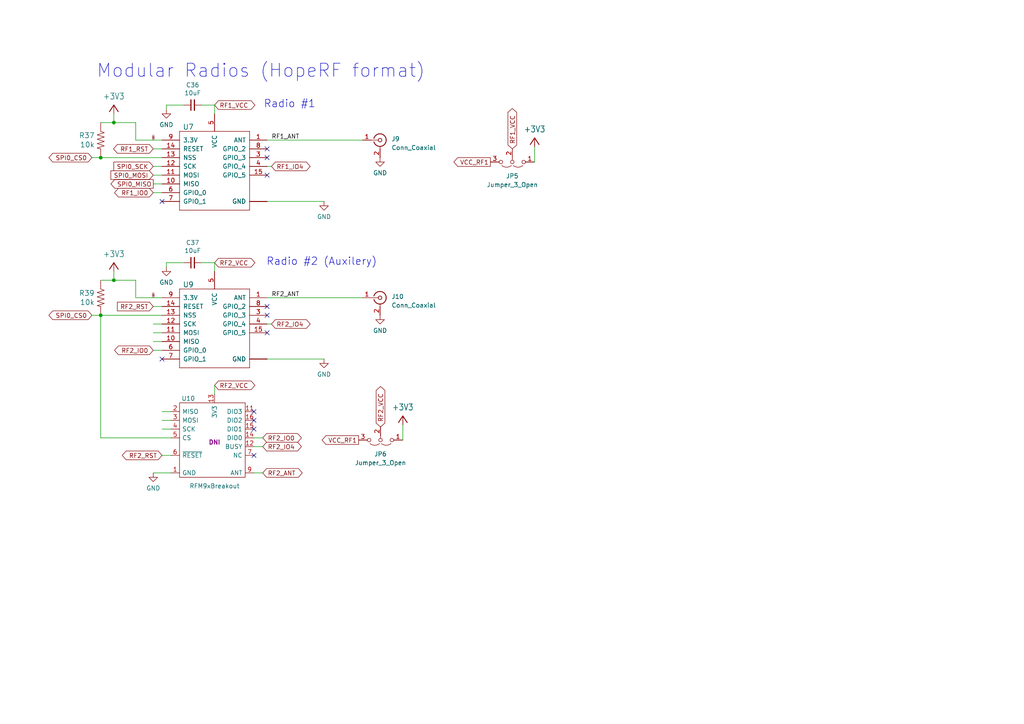
<source format=kicad_sch>
(kicad_sch (version 20231120) (generator "eeschema") (generator_version "8.0")
  (paper "A4")
  (lib_symbols
    (symbol "Adafruit ItsyBitsy RP2040-eagle-import:+3V3" (power)
      (property "Value" "+3V3" (at -2.54 -5.08 90))
      (symbol "+3V3_1_0"
        (polyline (pts (xy 0 0) (xy -1.27 -1.905)) (stroke (width 0.254)))
        (polyline (pts (xy 1.27 -1.905) (xy 0 0)) (stroke (width 0.254)))
        (pin power_in line (at 0 -2.54 90) (length 2.54) (name "+3V3") (number "1"))
      )
    )
    (symbol "Connector:Conn_Coaxial" (pin_names (offset 1.016) hide)
      (property "Reference" "J" (at 0.254 3.048 0))
      (property "Value" "Conn_Coaxial" (at 2.921 0 90))
      (symbol "Conn_Coaxial_0_1"
        (arc (start -1.778 -0.508) (mid 0.2311 -1.8066) (end 1.778 0) (stroke (width 0.254)))
        (polyline (pts (xy -2.54 0) (xy -0.508 0)))
        (polyline (pts (xy 0 -2.54) (xy 0 -1.778)))
        (circle (center 0 0) (radius 0.508) (stroke (width 0.2032)))
        (arc (start 1.778 0) (mid 0.2099 1.8101) (end -1.778 0.508) (stroke (width 0.254)))
      )
      (symbol "Conn_Coaxial_1_1"
        (pin passive line (at -5.08 0 0) (length 2.54) (name "In") (number "1"))
        (pin passive line (at 0 -5.08 90) (length 2.54) (name "Ext") (number "2"))
      )
    )
    (symbol "Device:C_Small" (pin_numbers hide) (pin_names (offset 0.254) hide)
      (property "Reference" "C" (at 0.254 1.778 0))
      (property "Value" "C_Small" (at 0.254 -2.032 0))
      (symbol "C_Small_0_1"
        (polyline (pts (xy -1.524 -0.508) (xy 1.524 -0.508)) (stroke (width 0.3302)))
        (polyline (pts (xy -1.524 0.508) (xy 1.524 0.508)) (stroke (width 0.3048)))
      )
      (symbol "C_Small_1_1"
        (pin passive line (at 0 2.54 270) (length 2.032) (name "~") (number "1"))
        (pin passive line (at 0 -2.54 90) (length 2.032) (name "~") (number "2"))
      )
    )
    (symbol "Jumper:Jumper_3_Open" (pin_names (offset 0) hide)
      (property "Reference" "JP" (at -2.54 -2.54 0))
      (property "Value" "Jumper_3_Open" (at 0 2.794 0))
      (symbol "Jumper_3_Open_0_0"
        (circle (center -3.302 0) (radius 0.508))
        (circle (center 0 0) (radius 0.508))
        (circle (center 3.302 0) (radius 0.508))
      )
      (symbol "Jumper_3_Open_0_1"
        (arc (start -0.254 1.016) (mid -1.651 1.4992) (end -3.048 1.016))
        (polyline (pts (xy 0 -0.508) (xy 0 -1.27)))
        (arc (start 3.048 1.016) (mid 1.651 1.4992) (end 0.254 1.016))
      )
      (symbol "Jumper_3_Open_1_1"
        (pin passive line (at -6.35 0 0) (length 2.54) (name "A") (number "1"))
        (pin passive line (at 0 -3.81 90) (length 2.54) (name "C") (number "2"))
        (pin passive line (at 6.35 0 180) (length 2.54) (name "B") (number "3"))
      )
    )
    (symbol "mainboard:10KOHM-1_10W-1%(0603)0603" (pin_names (offset 1.016))
      (property "Reference" "R" (at -3.81 1.4986 0))
      (property "Value" "10KOHM-1_10W-1%(0603)0603" (at -3.81 -3.302 0))
      (symbol "10KOHM-1_10W-1%(0603)0603_1_0"
        (polyline (pts (xy -2.54 0) (xy -2.159 1.016)))
        (polyline (pts (xy -2.159 1.016) (xy -1.524 -1.016)))
        (polyline (pts (xy -1.524 -1.016) (xy -0.889 1.016)))
        (polyline (pts (xy -0.889 1.016) (xy -0.254 -1.016)))
        (polyline (pts (xy -0.254 -1.016) (xy 0.381 1.016)))
        (polyline (pts (xy 0.381 1.016) (xy 1.016 -1.016)))
        (polyline (pts (xy 1.016 -1.016) (xy 1.651 1.016)))
        (polyline (pts (xy 1.651 1.016) (xy 2.286 -1.016)))
        (polyline (pts (xy 2.286 -1.016) (xy 2.54 0)))
        (pin passive line (at -5.08 0 0) (length 2.54) (name "1") (number "1"))
        (pin passive line (at 5.08 0 180) (length 2.54) (name "2") (number "2"))
      )
    )
    (symbol "mainboard:RFM98PW" (pin_names (offset 1.016))
      (property "Reference" "U" (at -7.62 10.16 0))
      (symbol "RFM98PW_0_0"
        (pin bidirectional line (at 17.78 -10.16 180) (length 5.08) hide (name "GND") (number "17"))
        (pin bidirectional line (at 2.54 15.24 270) (length 5.08) (name "VCC") (number "5"))
      )
      (symbol "RFM98PW_1_0"
        (polyline (pts (xy -7.62 -12.7) (xy -7.62 10.16)))
        (polyline (pts (xy -7.62 10.16) (xy 12.7 10.16)))
        (polyline (pts (xy 12.7 -12.7) (xy -7.62 -12.7)))
        (polyline (pts (xy 12.7 10.16) (xy 12.7 -12.7)))
        (pin bidirectional line (at 17.78 7.62 180) (length 5.08) (name "ANT") (number "1"))
        (pin bidirectional line (at -12.7 -5.08 0) (length 5.08) (name "MISO") (number "10"))
        (pin bidirectional line (at -12.7 -2.54 0) (length 5.08) (name "MOSI") (number "11"))
        (pin bidirectional line (at -12.7 0 0) (length 5.08) (name "SCK") (number "12"))
        (pin bidirectional line (at -12.7 2.54 0) (length 5.08) (name "NSS") (number "13"))
        (pin bidirectional line (at -12.7 5.08 0) (length 5.08) (name "RESET") (number "14"))
        (pin bidirectional line (at 17.78 -2.54 180) (length 5.08) (name "GPIO_5") (number "15"))
        (pin bidirectional line (at 17.78 -10.16 180) (length 5.08) (name "GND") (number "16"))
        (pin bidirectional line (at 17.78 -10.16 180) (length 5.08) (name "GND") (number "2"))
        (pin bidirectional line (at 17.78 2.54 180) (length 5.08) (name "GPIO_3") (number "3"))
        (pin bidirectional line (at 17.78 0 180) (length 5.08) (name "GPIO_4") (number "4"))
        (pin bidirectional line (at -12.7 -7.62 0) (length 5.08) (name "GPIO_0") (number "6"))
        (pin bidirectional line (at -12.7 -10.16 0) (length 5.08) (name "GPIO_1") (number "7"))
        (pin bidirectional line (at 17.78 5.08 180) (length 5.08) (name "GPIO_2") (number "8"))
        (pin power_in line (at -12.7 7.62 0) (length 5.08) (name "3.3V") (number "9"))
      )
    )
    (symbol "mainboard:RFM9xBreakout" (pin_names (offset 0.762))
      (property "Reference" "U" (at -3.81 12.7 0))
      (property "Value" "RFM9xBreakout" (at -7.62 -11.43 0))
      (symbol "RFM9xBreakout_0_1"
        (rectangle (start -10.16 11.43) (end 8.89 -10.16))
      )
      (symbol "RFM9xBreakout_1_1"
        (pin bidirectional line (at -12.7 -8.89 0) (length 2.54) (name "GND") (number "1"))
        (pin bidirectional line (at -12.7 -8.89 0) (length 2.54) hide (name "GND") (number "10"))
        (pin bidirectional line (at 11.43 8.89 180) (length 2.54) (name "DIO3") (number "11"))
        (pin bidirectional line (at 11.43 -1.27 180) (length 2.54) (name "BUSY") (number "12"))
        (pin bidirectional line (at 0 13.97 270) (length 2.54) (name "3V3") (number "13"))
        (pin bidirectional line (at 11.43 1.27 180) (length 2.54) (name "DIO0") (number "14"))
        (pin bidirectional line (at 11.43 3.81 180) (length 2.54) (name "DIO1") (number "15"))
        (pin bidirectional line (at 11.43 6.35 180) (length 2.54) (name "DIO2") (number "16"))
        (pin bidirectional line (at -12.7 8.89 0) (length 2.54) (name "MISO") (number "2"))
        (pin bidirectional line (at -12.7 6.35 0) (length 2.54) (name "MOSI") (number "3"))
        (pin bidirectional line (at -12.7 3.81 0) (length 2.54) (name "SCK") (number "4"))
        (pin bidirectional line (at -12.7 1.27 0) (length 2.54) (name "CS") (number "5"))
        (pin bidirectional line (at -12.7 -3.81 0) (length 2.54) (name "~{RESET}") (number "6"))
        (pin bidirectional line (at 11.43 -3.81 180) (length 2.54) (name "NC") (number "7"))
        (pin bidirectional line (at -12.7 -8.89 0) (length 2.54) hide (name "GND") (number "8"))
        (pin bidirectional line (at 11.43 -8.89 180) (length 2.54) (name "ANT") (number "9"))
      )
    )
    (symbol "power:GND" (power) (pin_names (offset 0))
      (property "Value" "GND" (at 0 -3.81 0))
      (symbol "GND_0_1"
        (polyline (pts (xy 0 0) (xy 0 -1.27) (xy 1.27 -1.27) (xy 0 -2.54) (xy -1.27 -1.27) (xy 0 -1.27)))
      )
      (symbol "GND_1_1"
        (pin power_in line (at 0 0 270) (length 0) hide (name "GND") (number "1"))
      )
    )
  )
  (junction (at 33.02 35.56))
  (junction (at 33.02 81.28))
  (junction (at 29.21 91.44))
  (junction (at 29.21 45.72))
  (no_connect (at 77.47 43.18))
  (no_connect (at 77.47 91.44))
  (no_connect (at 73.66 124.46))
  (no_connect (at 73.66 119.38))
  (no_connect (at 73.66 132.08))
  (no_connect (at 46.99 58.42))
  (no_connect (at 77.47 96.52))
  (no_connect (at 46.99 104.14))
  (no_connect (at 73.66 121.92))
  (no_connect (at 77.47 50.8))
  (no_connect (at 77.47 45.72))
  (no_connect (at 77.47 88.9))
  (wire (pts (xy 62.23 111.76) (xy 62.23 114.3)))
  (wire (pts (xy 116.84 123.19) (xy 116.84 127.635)))
  (wire (pts (xy 49.53 119.38) (xy 46.99 119.38)))
  (wire (pts (xy 44.45 101.6) (xy 46.99 101.6)))
  (wire (pts (xy 155.067 42.545) (xy 155.067 46.99)))
  (wire (pts (xy 29.21 91.44) (xy 46.99 91.44)))
  (wire (pts (xy 39.37 40.64) (xy 46.99 40.64)))
  (wire (pts (xy 62.23 76.2) (xy 62.23 78.74)))
  (wire (pts (xy 29.21 45.72) (xy 46.99 45.72)))
  (wire (pts (xy 48.26 76.2) (xy 48.26 77.47)))
  (wire (pts (xy 44.45 55.88) (xy 46.99 55.88)))
  (wire (pts (xy 39.37 86.36) (xy 39.37 81.28)))
  (wire (pts (xy 49.53 124.46) (xy 46.99 124.46)))
  (wire (pts (xy 77.47 48.26) (xy 78.74 48.26)))
  (wire (pts (xy 77.47 93.98) (xy 78.74 93.98)))
  (wire (pts (xy 39.37 86.36) (xy 46.99 86.36)))
  (wire (pts (xy 46.99 96.52) (xy 44.45 96.52)))
  (wire (pts (xy 76.2 127) (xy 73.66 127)))
  (wire (pts (xy 39.37 40.64) (xy 39.37 35.56)))
  (wire (pts (xy 46.99 48.26) (xy 44.45 48.26)))
  (wire (pts (xy 76.2 137.16) (xy 73.66 137.16)))
  (wire (pts (xy 46.99 53.34) (xy 44.45 53.34)))
  (wire (pts (xy 33.02 35.56) (xy 33.02 33.02)))
  (wire (pts (xy 26.67 91.44) (xy 29.21 91.44)))
  (wire (pts (xy 46.99 99.06) (xy 44.45 99.06)))
  (wire (pts (xy 62.23 76.2) (xy 58.42 76.2)))
  (wire (pts (xy 46.99 88.9) (xy 44.45 88.9)))
  (wire (pts (xy 53.34 76.2) (xy 48.26 76.2)))
  (wire (pts (xy 48.26 30.48) (xy 48.26 31.75)))
  (wire (pts (xy 29.21 91.44) (xy 29.21 127)))
  (wire (pts (xy 46.99 50.8) (xy 44.45 50.8)))
  (wire (pts (xy 46.99 93.98) (xy 44.45 93.98)))
  (wire (pts (xy 62.23 30.48) (xy 62.23 33.02)))
  (wire (pts (xy 49.53 121.92) (xy 46.99 121.92)))
  (wire (pts (xy 33.02 81.28) (xy 33.02 78.74)))
  (wire (pts (xy 77.47 86.36) (xy 105.156 86.36)))
  (wire (pts (xy 46.99 43.18) (xy 44.45 43.18)))
  (wire (pts (xy 77.47 40.64) (xy 105.156 40.64)))
  (wire (pts (xy 39.37 35.56) (xy 33.02 35.56)))
  (wire (pts (xy 29.21 35.56) (xy 33.02 35.56)))
  (wire (pts (xy 39.37 81.28) (xy 33.02 81.28)))
  (wire (pts (xy 116.84 127.635) (xy 116.713 127.635)))
  (wire (pts (xy 29.21 81.28) (xy 33.02 81.28)))
  (wire (pts (xy 53.34 30.48) (xy 48.26 30.48)))
  (wire (pts (xy 62.23 30.48) (xy 58.42 30.48)))
  (wire (pts (xy 77.47 58.42) (xy 93.98 58.42)))
  (wire (pts (xy 76.2 129.54) (xy 73.66 129.54)))
  (wire (pts (xy 77.47 104.14) (xy 93.98 104.14)))
  (wire (pts (xy 44.45 137.16) (xy 49.53 137.16)))
  (wire (pts (xy 29.21 127) (xy 49.53 127)))
  (wire (pts (xy 155.067 46.99) (xy 154.94 46.99)))
  (wire (pts (xy 49.53 132.08) (xy 46.99 132.08)))
  (wire (pts (xy 26.67 45.72) (xy 29.21 45.72)))
  (text "Radio #2 (Auxilery)" (at 77.216 77.216 0) (effects (font (size 2.159 2.159)) (justify left bottom)))
  (text "Modular Radios (HopeRF format)" (at 27.94 22.86 0) (effects (font (size 3.81 3.81)) (justify left bottom)))
  (text "Radio #1" (at 76.454 31.496 0) (effects (font (size 2.159 2.159)) (justify left bottom)))
  (label "RF1_ANT" (at 78.74 40.64 0))
  (label "RF2_ANT" (at 78.74 86.36 0))
  (global_label "3.3V" (shape bidirectional) (at 44.45 86.36 90) (effects (font (size 0.254 0.254))) (property "Intersheetrefs" "${INTERSHEET_REFS}" (effects (hide yes))))
  (global_label "RF1_RST" (shape bidirectional) (at 44.45 43.18 180) (property "Intersheetrefs" "${INTERSHEET_REFS}" (effects (hide yes))))
  (global_label "SPI0_CS0" (shape bidirectional) (at 26.67 91.44 180) (property "Intersheetrefs" "${INTERSHEET_REFS}" (effects (hide yes))))
  (global_label "RF2_IO4" (shape bidirectional) (at 78.74 93.98 0) (property "Intersheetrefs" "${INTERSHEET_REFS}" (effects (hide yes))))
  (global_label "RF2_IO0" (shape bidirectional) (at 44.45 101.6 180) (property "Intersheetrefs" "${INTERSHEET_REFS}" (effects (hide yes))))
  (global_label "RF2_IO0" (shape bidirectional) (at 76.2 127 0) (property "Intersheetrefs" "${INTERSHEET_REFS}" (effects (hide yes))))
  (global_label "RF2_VCC" (shape bidirectional) (at 62.23 76.2 0) (property "Intersheetrefs" "${INTERSHEET_REFS}" (effects (hide yes))))
  (global_label "VCC_RF1" (shape output) (at 142.24 46.99 180) (property "Intersheetrefs" "${INTERSHEET_REFS}" (effects (hide yes))))
  (global_label "SPI0_CS0" (shape bidirectional) (at 26.67 45.72 180) (property "Intersheetrefs" "${INTERSHEET_REFS}" (effects (hide yes))))
  (global_label "RF2_ANT" (shape bidirectional) (at 76.2 137.16 0) (property "Intersheetrefs" "${INTERSHEET_REFS}" (effects (hide yes))))
  (global_label "SPI0_MOSI" (shape input) (at 44.45 50.8 180) (property "Intersheetrefs" "${INTERSHEET_REFS}" (effects (hide yes))))
  (global_label "RF2_VCC" (shape bidirectional) (at 62.23 111.76 0) (property "Intersheetrefs" "${INTERSHEET_REFS}" (effects (hide yes))))
  (global_label "SPI0_MISO" (shape output) (at 44.45 53.34 180) (property "Intersheetrefs" "${INTERSHEET_REFS}" (effects (hide yes))))
  (global_label "VCC_RF1" (shape output) (at 104.013 127.635 180) (property "Intersheetrefs" "${INTERSHEET_REFS}" (effects (hide yes))))
  (global_label "RF2_VCC" (shape bidirectional) (at 110.363 123.825 90) (property "Intersheetrefs" "${INTERSHEET_REFS}" (effects (hide yes))))
  (global_label "RF1_IO4" (shape bidirectional) (at 78.74 48.26 0) (property "Intersheetrefs" "${INTERSHEET_REFS}" (effects (hide yes))))
  (global_label "RF1_IO0" (shape bidirectional) (at 44.45 55.88 180) (property "Intersheetrefs" "${INTERSHEET_REFS}" (effects (hide yes))))
  (global_label "3.3V" (shape bidirectional) (at 44.45 40.64 90) (effects (font (size 0.254 0.254))) (property "Intersheetrefs" "${INTERSHEET_REFS}" (effects (hide yes))))
  (global_label "SPI0_SCK" (shape input) (at 44.45 48.26 180) (property "Intersheetrefs" "${INTERSHEET_REFS}" (effects (hide yes))))
  (global_label "RF2_RST" (shape bidirectional) (at 46.99 132.08 180) (property "Intersheetrefs" "${INTERSHEET_REFS}" (effects (hide yes))))
  (global_label "RF1_VCC" (shape bidirectional) (at 148.59 43.18 90) (property "Intersheetrefs" "${INTERSHEET_REFS}" (effects (hide yes))))
  (global_label "RF2_RST" (shape input) (at 44.45 88.9 180) (property "Intersheetrefs" "${INTERSHEET_REFS}" (effects (hide yes))))
  (global_label "RF2_IO4" (shape bidirectional) (at 76.2 129.54 0) (property "Intersheetrefs" "${INTERSHEET_REFS}" (effects (hide yes))))
  (global_label "RF1_VCC" (shape bidirectional) (at 62.23 30.48 0) (property "Intersheetrefs" "${INTERSHEET_REFS}" (effects (hide yes))))
  (symbol (lib_id "Adafruit ItsyBitsy RP2040-eagle-import:+3V3") (at 33.02 76.2 0) (unit 1)
    (property "Reference" "#+3V023" (effects (hide yes)))
    (property "Value" "+3V3" (at 33.02 73.66 0) (effects (font (size 1.778 1.5113))))
    (property "Footprint" "Adafruit ItsyBitsy RP2040:" (effects (hide yes)))
  )
  (symbol (lib_id "power:GND") (at 110.236 91.44 0) (unit 1)
    (property "Reference" "#PWR076" (effects (hide yes)))
    (property "Value" "GND" (at 110.236 95.8834 0))
  )
  (symbol (lib_id "Adafruit ItsyBitsy RP2040-eagle-import:+3V3") (at 116.84 120.65 0) (unit 1)
    (property "Reference" "#+3V024" (effects (hide yes)))
    (property "Value" "+3V3" (at 116.84 118.11 0) (effects (font (size 1.778 1.5113))))
    (property "Footprint" "Adafruit ItsyBitsy RP2040:" (effects (hide yes)))
  )
  (symbol (lib_id "mainboard:RFM98PW") (at 59.69 93.98 0) (unit 1)
    (property "Reference" "U9" (at 54.61 82.55 0) (effects (font (size 1.4986 1.4986))))
    (property "Value" "RFM98PW" (effects (hide yes)))
    (property "Footprint" "FC_DEV_BOARD:RFM98PW" (effects (hide yes)))
    (property "Description" "433 MHz 1W Radio" (effects (hide yes)))
    (property "Flight" "RFM98PW" (effects (hide yes)))
    (property "Manufacturer_Name" "HopeRF" (effects (hide yes)))
    (property "Manufacturer_Part_Number" "RFM98PW" (effects (hide yes)))
    (property "Proto" "RFM98PW" (effects (hide yes)))
  )
  (symbol (lib_id "mainboard:10KOHM-1_10W-1%(0603)0603") (at 29.21 40.64 270) (unit 1)
    (property "Reference" "R37" (at 27.4828 39.2938 90) (effects (font (size 1.4986 1.4986)) (justify right)))
    (property "Value" "10k" (at 27.4828 41.9608 90) (effects (font (size 1.4986 1.4986)) (justify right)))
    (property "Footprint" "Resistor_SMD:R_0603_1608Metric" (effects (hide yes)))
    (property "Description" "10k 0603" (effects (hide yes)))
  )
  (symbol (lib_id "mainboard:RFM9xBreakout") (at 62.23 128.27 0) (unit 1)
    (property "Reference" "U10" (at 54.61 115.57 0))
    (property "Value" "RFM9xBreakout" (at 62.23 140.97 0))
    (property "Footprint" "RF_Module:HOPERF_RFM9XW_SMD" (effects (hide yes)))
    (property "DNI" "DNI" (at 62.23 128.27 0) (effects (font (bold yes))))
  )
  (symbol (lib_id "Connector:Conn_Coaxial") (at 110.236 40.64 0) (unit 1)
    (property "Reference" "J9" (at 113.538 40.2982 0) (effects (justify left)))
    (property "Value" "Conn_Coaxial" (at 113.538 42.8382 0) (effects (justify left)))
    (property "Footprint" "Connector_Coaxial:SMA_Amphenol_901-144_Vertical" (effects (hide yes)))
    (property "Datasheet" " ~" (effects (hide yes)))
  )
  (symbol (lib_id "Adafruit ItsyBitsy RP2040-eagle-import:+3V3") (at 33.02 30.48 0) (unit 1)
    (property "Reference" "#+3V020" (effects (hide yes)))
    (property "Value" "+3V3" (at 33.02 27.94 0) (effects (font (size 1.778 1.5113))))
    (property "Footprint" "Adafruit ItsyBitsy RP2040:" (effects (hide yes)))
  )
  (symbol (lib_id "Jumper:Jumper_3_Open") (at 110.363 127.635 180) (unit 1)
    (property "Reference" "JP6" (at 110.363 131.699 0))
    (property "Value" "Jumper_3_Open" (at 110.363 134.239 0))
    (property "Footprint" "Jumper:SolderJumper-3_P1.3mm_Open_RoundedPad1.0x1.5mm_NumberLabels" (effects (hide yes)))
  )
  (symbol (lib_id "power:GND") (at 48.26 31.75 0) (unit 1)
    (property "Reference" "#PWR072" (effects (hide yes)))
    (property "Value" "GND" (at 48.26 36.1934 0))
  )
  (symbol (lib_id "Device:C_Small") (at 55.88 76.2 90) (unit 1)
    (property "Reference" "C37" (at 55.88 70.3834 90))
    (property "Value" "10uF" (at 55.88 72.6948 90))
    (property "Footprint" "Capacitor_SMD:C_0603_1608Metric" (effects (hide yes)))
    (property "Description" "10uF +-20% 10V X5R" (effects (hide yes)))
  )
  (symbol (lib_id "power:GND") (at 48.26 77.47 0) (unit 1)
    (property "Reference" "#PWR074" (effects (hide yes)))
    (property "Value" "GND" (at 48.26 81.9134 0))
  )
  (symbol (lib_id "Adafruit ItsyBitsy RP2040-eagle-import:+3V3") (at 155.067 40.005 0) (unit 1)
    (property "Reference" "#+3V021" (effects (hide yes)))
    (property "Value" "+3V3" (at 155.067 37.465 0) (effects (font (size 1.778 1.5113))))
    (property "Footprint" "Adafruit ItsyBitsy RP2040:" (effects (hide yes)))
  )
  (symbol (lib_id "Jumper:Jumper_3_Open") (at 148.59 46.99 180) (unit 1)
    (property "Reference" "JP5" (at 148.59 51.054 0))
    (property "Value" "Jumper_3_Open" (at 148.59 53.594 0))
    (property "Footprint" "Jumper:SolderJumper-3_P1.3mm_Open_RoundedPad1.0x1.5mm_NumberLabels" (effects (hide yes)))
  )
  (symbol (lib_id "mainboard:10KOHM-1_10W-1%(0603)0603") (at 29.21 86.36 270) (unit 1)
    (property "Reference" "R39" (at 27.4828 85.0138 90) (effects (font (size 1.4986 1.4986)) (justify right)))
    (property "Value" "10k" (at 27.4828 87.6808 90) (effects (font (size 1.4986 1.4986)) (justify right)))
    (property "Footprint" "Resistor_SMD:R_0603_1608Metric" (effects (hide yes)))
    (property "Description" "10k 0603" (effects (hide yes)))
  )
  (symbol (lib_id "power:GND") (at 44.45 137.16 0) (unit 1)
    (property "Reference" "#PWR073" (effects (hide yes)))
    (property "Value" "GND" (at 44.45 141.6034 0))
  )
  (symbol (lib_id "power:GND") (at 93.98 58.42 0) (unit 1)
    (property "Reference" "#PWR069" (effects (hide yes)))
    (property "Value" "GND" (at 93.98 62.8634 0))
  )
  (symbol (lib_id "mainboard:RFM98PW") (at 59.69 48.26 0) (unit 1)
    (property "Reference" "U7" (at 54.61 36.83 0) (effects (font (size 1.4986 1.4986))))
    (property "Value" "RFM98PW" (effects (hide yes)))
    (property "Footprint" "FC_DEV_BOARD:RFM98PW" (effects (hide yes)))
    (property "Description" "433 MHz 1W Radio" (effects (hide yes)))
    (property "Flight" "RFM98PW" (effects (hide yes)))
    (property "Manufacturer_Name" "HopeRF" (effects (hide yes)))
    (property "Manufacturer_Part_Number" "RFM98PW" (effects (hide yes)))
    (property "Proto" "RFM98PW" (effects (hide yes)))
  )
  (symbol (lib_id "power:GND") (at 110.236 45.72 0) (unit 1)
    (property "Reference" "#PWR070" (effects (hide yes)))
    (property "Value" "GND" (at 110.236 50.1634 0))
  )
  (symbol (lib_id "Device:C_Small") (at 55.88 30.48 90) (unit 1)
    (property "Reference" "C36" (at 55.88 24.6634 90))
    (property "Value" "10uF" (at 55.88 26.9748 90))
    (property "Footprint" "Capacitor_SMD:C_0603_1608Metric" (effects (hide yes)))
    (property "Description" "10uF +-20% 10V X5R" (effects (hide yes)))
  )
  (symbol (lib_id "power:GND") (at 93.98 104.14 0) (unit 1)
    (property "Reference" "#PWR075" (effects (hide yes)))
    (property "Value" "GND" (at 93.98 108.5834 0))
  )
  (symbol (lib_id "Connector:Conn_Coaxial") (at 110.236 86.36 0) (unit 1)
    (property "Reference" "J10" (at 113.538 86.0182 0) (effects (justify left)))
    (property "Value" "Conn_Coaxial" (at 113.538 88.5582 0) (effects (justify left)))
    (property "Footprint" "Connector_Coaxial:SMA_Amphenol_901-144_Vertical" (effects (hide yes)))
    (property "Datasheet" " ~" (effects (hide yes)))
  )
)
</source>
